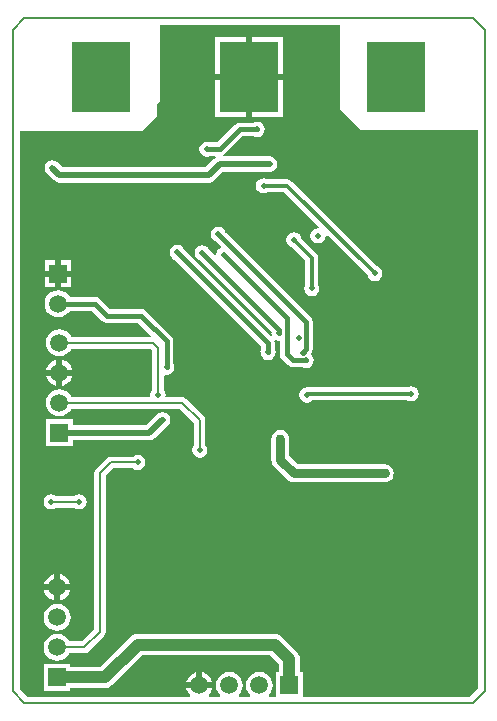
<source format=gbl>
%FSLAX25Y25*%
%MOIN*%
G70*
G01*
G75*
G04 Layer_Physical_Order=2*
G04 Layer_Color=16711680*
%ADD10R,0.02756X0.03347*%
%ADD11R,0.03347X0.02756*%
%ADD12O,0.05500X0.02500*%
%ADD13R,0.05500X0.02500*%
%ADD14R,0.07874X0.07874*%
%ADD15R,0.07087X0.03937*%
%ADD16R,0.05118X0.03937*%
%ADD17R,0.07874X0.07874*%
%ADD18O,0.01969X0.03543*%
%ADD19O,0.01969X0.03543*%
%ADD20R,0.01969X0.03543*%
%ADD21O,0.04724X0.00984*%
%ADD22R,0.04724X0.01772*%
%ADD23O,0.04724X0.01772*%
%ADD24O,0.00984X0.04724*%
%ADD25O,0.01772X0.04724*%
%ADD26R,0.03937X0.02362*%
%ADD27R,0.04724X0.02362*%
%ADD28R,0.06299X0.07087*%
%ADD29R,0.03347X0.01575*%
%ADD30R,0.02362X0.04724*%
%ADD31C,0.02000*%
%ADD32C,0.03000*%
%ADD33C,0.01200*%
%ADD34C,0.04000*%
%ADD35C,0.00800*%
%ADD36C,0.01500*%
%ADD37C,0.01000*%
%ADD38C,0.00500*%
%ADD39R,0.05906X0.05906*%
%ADD40C,0.05906*%
%ADD41R,0.05906X0.05906*%
%ADD42R,0.19685X0.23622*%
%ADD43C,0.02000*%
%ADD44C,0.03000*%
G36*
X207000Y-70100D02*
X213800Y-76900D01*
X253016D01*
Y-262961D01*
X250261Y-265716D01*
X194453D01*
Y-257547D01*
X193530D01*
Y-253300D01*
X193410Y-252386D01*
X193057Y-251535D01*
X192496Y-250804D01*
X187596Y-245904D01*
X186865Y-245343D01*
X186014Y-244990D01*
X185100Y-244870D01*
X139400D01*
X138486Y-244990D01*
X137635Y-245343D01*
X136904Y-245904D01*
X127038Y-255770D01*
X117053D01*
Y-254847D01*
X108147D01*
Y-263753D01*
X117053D01*
Y-262830D01*
X128500D01*
X129414Y-262710D01*
X130265Y-262357D01*
X130996Y-261796D01*
X140862Y-251930D01*
X183638D01*
X186470Y-254762D01*
Y-257547D01*
X185547D01*
Y-265716D01*
X183250D01*
X183089Y-265242D01*
X183176Y-265176D01*
X183889Y-264246D01*
X184338Y-263162D01*
X184491Y-262000D01*
X184338Y-260838D01*
X183889Y-259754D01*
X183176Y-258824D01*
X182246Y-258110D01*
X181162Y-257662D01*
X180000Y-257509D01*
X178838Y-257662D01*
X177754Y-258110D01*
X176824Y-258824D01*
X176110Y-259754D01*
X175662Y-260838D01*
X175509Y-262000D01*
X175662Y-263162D01*
X176110Y-264246D01*
X176824Y-265176D01*
X176911Y-265242D01*
X176750Y-265716D01*
X173250D01*
X173089Y-265242D01*
X173176Y-265176D01*
X173890Y-264246D01*
X174338Y-263162D01*
X174491Y-262000D01*
X174338Y-260838D01*
X173890Y-259754D01*
X173176Y-258824D01*
X172246Y-258110D01*
X171162Y-257662D01*
X170000Y-257509D01*
X168838Y-257662D01*
X167754Y-258110D01*
X166824Y-258824D01*
X166111Y-259754D01*
X165662Y-260838D01*
X165509Y-262000D01*
X165662Y-263162D01*
X166111Y-264246D01*
X166824Y-265176D01*
X166911Y-265242D01*
X166750Y-265716D01*
X163250D01*
X163089Y-265242D01*
X163176Y-265176D01*
X163890Y-264246D01*
X164338Y-263162D01*
X164359Y-263000D01*
X155640D01*
X155662Y-263162D01*
X156111Y-264246D01*
X156824Y-265176D01*
X156911Y-265242D01*
X156750Y-265716D01*
X102739D01*
X100084Y-263061D01*
Y-77105D01*
X140905D01*
X145905Y-72105D01*
Y-68106D01*
X146906Y-67106D01*
Y-41989D01*
X207000D01*
Y-70100D01*
D02*
G37*
%LPC*%
G36*
X139406Y-185151D02*
X138430Y-185345D01*
X137805Y-185763D01*
X130500D01*
X129759Y-185910D01*
X129130Y-186330D01*
X125530Y-189930D01*
X125110Y-190559D01*
X124963Y-191300D01*
Y-243298D01*
X120898Y-247363D01*
X116617D01*
X116490Y-247054D01*
X115776Y-246124D01*
X114846Y-245410D01*
X113762Y-244962D01*
X112600Y-244809D01*
X111438Y-244962D01*
X110354Y-245410D01*
X109424Y-246124D01*
X108711Y-247054D01*
X108262Y-248138D01*
X108109Y-249300D01*
X108262Y-250462D01*
X108711Y-251546D01*
X109424Y-252476D01*
X110354Y-253189D01*
X111438Y-253638D01*
X112600Y-253791D01*
X113762Y-253638D01*
X114846Y-253189D01*
X115776Y-252476D01*
X116490Y-251546D01*
X116617Y-251237D01*
X121700D01*
X122441Y-251090D01*
X123070Y-250670D01*
X123070Y-250670D01*
X123070Y-250670D01*
X128270Y-245470D01*
X128690Y-244841D01*
X128837Y-244100D01*
X128837Y-244100D01*
X128837Y-244100D01*
Y-244100D01*
Y-192102D01*
X131302Y-189637D01*
X137805D01*
X138430Y-190055D01*
X139406Y-190249D01*
X140381Y-190055D01*
X141208Y-189502D01*
X141761Y-188675D01*
X141955Y-187700D01*
X141761Y-186724D01*
X141208Y-185898D01*
X140381Y-185345D01*
X139406Y-185151D01*
D02*
G37*
G36*
X187000Y-176932D02*
X186217Y-177035D01*
X185487Y-177338D01*
X184860Y-177819D01*
X184379Y-178445D01*
X184077Y-179175D01*
X183974Y-179958D01*
Y-186800D01*
X184077Y-187583D01*
X184291Y-188099D01*
X184379Y-188313D01*
X184860Y-188940D01*
X189360Y-193440D01*
X189987Y-193921D01*
X190201Y-194009D01*
X190717Y-194223D01*
X191500Y-194326D01*
X221795D01*
X221797Y-194325D01*
X221800Y-194326D01*
X222583Y-194223D01*
X223313Y-193921D01*
X223940Y-193440D01*
X224420Y-192813D01*
X224723Y-192083D01*
X224826Y-191300D01*
X224723Y-190517D01*
X224420Y-189787D01*
X223940Y-189160D01*
X223313Y-188680D01*
X222583Y-188377D01*
X221800Y-188274D01*
X221797Y-188275D01*
X221795Y-188274D01*
X192753D01*
X190026Y-185547D01*
Y-179958D01*
X189923Y-179175D01*
X189620Y-178445D01*
X189140Y-177819D01*
X188513Y-177338D01*
X187783Y-177035D01*
X187000Y-176932D01*
D02*
G37*
G36*
X119900Y-198251D02*
X118924Y-198445D01*
X118299Y-198863D01*
X112301D01*
X111676Y-198445D01*
X110700Y-198251D01*
X109724Y-198445D01*
X108898Y-198998D01*
X108345Y-199825D01*
X108151Y-200800D01*
X108345Y-201776D01*
X108898Y-202602D01*
X109724Y-203155D01*
X110700Y-203349D01*
X111676Y-203155D01*
X112301Y-202737D01*
X118299D01*
X118924Y-203155D01*
X119900Y-203349D01*
X120876Y-203155D01*
X121702Y-202602D01*
X122255Y-201776D01*
X122449Y-200800D01*
X122255Y-199825D01*
X121702Y-198998D01*
X120876Y-198445D01*
X119900Y-198251D01*
D02*
G37*
G36*
X147800Y-170913D02*
X147750Y-170923D01*
X147700Y-170913D01*
X146724Y-171107D01*
X145898Y-171660D01*
X142306Y-175251D01*
X117753D01*
Y-173347D01*
X108847D01*
Y-182253D01*
X117753D01*
Y-180349D01*
X143362D01*
X144338Y-180155D01*
X145165Y-179602D01*
X145165Y-179602D01*
X145165Y-179602D01*
X149301Y-175466D01*
X149602Y-175265D01*
X150155Y-174438D01*
X150349Y-173462D01*
X150155Y-172487D01*
X149602Y-171660D01*
X148775Y-171107D01*
X147800Y-170913D01*
D02*
G37*
G36*
X117659Y-158800D02*
X114300D01*
Y-162160D01*
X114462Y-162138D01*
X115546Y-161689D01*
X116476Y-160976D01*
X117190Y-160046D01*
X117638Y-158962D01*
X117659Y-158800D01*
D02*
G37*
G36*
X112300D02*
X108940D01*
X108962Y-158962D01*
X109411Y-160046D01*
X110124Y-160976D01*
X111054Y-161689D01*
X112138Y-162138D01*
X112300Y-162160D01*
Y-158800D01*
D02*
G37*
G36*
X230600Y-162251D02*
X229625Y-162445D01*
X229305Y-162659D01*
X196200D01*
X196020Y-162695D01*
X195800Y-162651D01*
X194825Y-162845D01*
X193998Y-163398D01*
X193445Y-164225D01*
X193251Y-165200D01*
X193445Y-166175D01*
X193998Y-167002D01*
X194825Y-167555D01*
X195800Y-167749D01*
X196775Y-167555D01*
X197602Y-167002D01*
X197643Y-166941D01*
X229305D01*
X229625Y-167155D01*
X230600Y-167349D01*
X231575Y-167155D01*
X232402Y-166602D01*
X232955Y-165776D01*
X233149Y-164800D01*
X232955Y-163824D01*
X232402Y-162998D01*
X231575Y-162445D01*
X230600Y-162251D01*
D02*
G37*
G36*
X112600Y-234809D02*
X111438Y-234962D01*
X110354Y-235410D01*
X109424Y-236124D01*
X108711Y-237054D01*
X108262Y-238138D01*
X108109Y-239300D01*
X108262Y-240462D01*
X108711Y-241546D01*
X109424Y-242476D01*
X110354Y-243190D01*
X111438Y-243638D01*
X112600Y-243791D01*
X113762Y-243638D01*
X114846Y-243190D01*
X115776Y-242476D01*
X116490Y-241546D01*
X116938Y-240462D01*
X117091Y-239300D01*
X116938Y-238138D01*
X116490Y-237054D01*
X115776Y-236124D01*
X114846Y-235410D01*
X113762Y-234962D01*
X112600Y-234809D01*
D02*
G37*
G36*
X161000Y-257641D02*
Y-261000D01*
X164359D01*
X164338Y-260838D01*
X163890Y-259754D01*
X163176Y-258824D01*
X162246Y-258110D01*
X161162Y-257662D01*
X161000Y-257641D01*
D02*
G37*
G36*
X159000D02*
X158838Y-257662D01*
X157754Y-258110D01*
X156824Y-258824D01*
X156111Y-259754D01*
X155662Y-260838D01*
X155640Y-261000D01*
X159000D01*
Y-257641D01*
D02*
G37*
G36*
X111600Y-230300D02*
X108240D01*
X108262Y-230462D01*
X108711Y-231546D01*
X109424Y-232476D01*
X110354Y-233190D01*
X111438Y-233638D01*
X111600Y-233660D01*
Y-230300D01*
D02*
G37*
G36*
X113600Y-224940D02*
Y-228300D01*
X116960D01*
X116938Y-228138D01*
X116490Y-227054D01*
X115776Y-226124D01*
X114846Y-225411D01*
X113762Y-224962D01*
X113600Y-224940D01*
D02*
G37*
G36*
X111600D02*
X111438Y-224962D01*
X110354Y-225411D01*
X109424Y-226124D01*
X108711Y-227054D01*
X108262Y-228138D01*
X108240Y-228300D01*
X111600D01*
Y-224940D01*
D02*
G37*
G36*
X116960Y-230300D02*
X113600D01*
Y-233660D01*
X113762Y-233638D01*
X114846Y-233190D01*
X115776Y-232476D01*
X116490Y-231546D01*
X116938Y-230462D01*
X116960Y-230300D01*
D02*
G37*
G36*
X179300Y-74151D02*
X178324Y-74345D01*
X178233Y-74406D01*
X173400D01*
X172522Y-74581D01*
X171778Y-75078D01*
X165855Y-81000D01*
X163661D01*
X163570Y-80940D01*
X162594Y-80746D01*
X161619Y-80940D01*
X160792Y-81492D01*
X160240Y-82319D01*
X160046Y-83294D01*
X160240Y-84270D01*
X160792Y-85097D01*
X161619Y-85649D01*
X162594Y-85843D01*
X163570Y-85649D01*
X163661Y-85589D01*
X165331D01*
X165476Y-86067D01*
X164981Y-86398D01*
X162044Y-89334D01*
X114439D01*
X112802Y-87698D01*
X111976Y-87145D01*
X111000Y-86951D01*
X110024Y-87145D01*
X109198Y-87698D01*
X108645Y-88525D01*
X108451Y-89500D01*
X108645Y-90475D01*
X109198Y-91302D01*
X111581Y-93686D01*
X112408Y-94238D01*
X113383Y-94432D01*
X163100D01*
X164076Y-94238D01*
X164902Y-93686D01*
X164902Y-93686D01*
X164902Y-93686D01*
X167839Y-90749D01*
X183500D01*
X184476Y-90555D01*
X185302Y-90002D01*
X185855Y-89175D01*
X186049Y-88200D01*
X185855Y-87225D01*
X185302Y-86398D01*
X184476Y-85845D01*
X183500Y-85651D01*
X168190D01*
X168045Y-85173D01*
X168428Y-84917D01*
X174350Y-78994D01*
X178233D01*
X178324Y-79055D01*
X179300Y-79249D01*
X180275Y-79055D01*
X181102Y-78502D01*
X181655Y-77675D01*
X181849Y-76700D01*
X181655Y-75725D01*
X181102Y-74898D01*
X180275Y-74345D01*
X179300Y-74151D01*
D02*
G37*
G36*
X181400Y-92851D02*
X180424Y-93045D01*
X179598Y-93598D01*
X179045Y-94424D01*
X178851Y-95400D01*
X179045Y-96376D01*
X179598Y-97202D01*
X180424Y-97755D01*
X181400Y-97949D01*
X182376Y-97755D01*
X182695Y-97541D01*
X188313D01*
X199893Y-109122D01*
X199658Y-109563D01*
X199600Y-109551D01*
X198625Y-109745D01*
X197798Y-110298D01*
X197245Y-111125D01*
X197051Y-112100D01*
X197245Y-113075D01*
X197798Y-113902D01*
X198625Y-114455D01*
X199600Y-114649D01*
X200575Y-114455D01*
X201402Y-113902D01*
X201955Y-113075D01*
X202149Y-112100D01*
X202137Y-112042D01*
X202578Y-111806D01*
X216070Y-125298D01*
X216145Y-125675D01*
X216698Y-126502D01*
X217525Y-127055D01*
X218500Y-127249D01*
X219476Y-127055D01*
X220302Y-126502D01*
X220855Y-125675D01*
X221049Y-124700D01*
X220855Y-123724D01*
X220302Y-122898D01*
X219476Y-122345D01*
X219098Y-122270D01*
X190714Y-93886D01*
X190019Y-93422D01*
X189200Y-93259D01*
X182695D01*
X182376Y-93045D01*
X181400Y-92851D01*
D02*
G37*
G36*
X166300Y-109051D02*
X165324Y-109245D01*
X164498Y-109798D01*
X163945Y-110625D01*
X163751Y-111600D01*
X163945Y-112575D01*
X164498Y-113402D01*
X165324Y-113955D01*
X165432Y-113976D01*
X167131Y-115676D01*
X167082Y-116173D01*
X166298Y-116698D01*
X165745Y-117525D01*
X165554Y-118486D01*
X165075Y-118631D01*
X163376Y-116932D01*
X163355Y-116824D01*
X162802Y-115998D01*
X161976Y-115445D01*
X161000Y-115251D01*
X160024Y-115445D01*
X159198Y-115998D01*
X158645Y-116824D01*
X158451Y-117800D01*
X158645Y-118775D01*
X159198Y-119602D01*
X160024Y-120155D01*
X160132Y-120176D01*
X184101Y-144146D01*
X184026Y-144525D01*
X184170Y-145249D01*
X183729Y-145484D01*
X155076Y-116832D01*
X155055Y-116725D01*
X154502Y-115898D01*
X153675Y-115345D01*
X152700Y-115151D01*
X151725Y-115345D01*
X150898Y-115898D01*
X150345Y-116725D01*
X150151Y-117700D01*
X150345Y-118675D01*
X150898Y-119502D01*
X151725Y-120055D01*
X151832Y-120076D01*
X180627Y-148871D01*
Y-149955D01*
X180566Y-150046D01*
X180372Y-151021D01*
X180566Y-151997D01*
X181119Y-152824D01*
X181946Y-153376D01*
X182921Y-153570D01*
X183897Y-153376D01*
X184724Y-152824D01*
X185276Y-151997D01*
X185470Y-151021D01*
X185276Y-150046D01*
X185215Y-149955D01*
Y-147921D01*
X185045Y-147065D01*
X185461Y-146788D01*
X185599Y-146880D01*
X186575Y-147074D01*
X186806Y-147264D01*
Y-151500D01*
X186980Y-152378D01*
X187478Y-153122D01*
X187478Y-153122D01*
X187478Y-153122D01*
X189678Y-155322D01*
X189678D01*
X189678Y-155322D01*
X189678Y-155322D01*
Y-155322D01*
X190422Y-155819D01*
X191300Y-155994D01*
X194533D01*
X194624Y-156055D01*
X195600Y-156249D01*
X196575Y-156055D01*
X197402Y-155502D01*
X197955Y-154675D01*
X198149Y-153700D01*
X197955Y-152725D01*
X197402Y-151898D01*
X197132Y-151717D01*
X197122Y-151622D01*
X197619Y-150878D01*
X197794Y-150000D01*
Y-143300D01*
Y-140800D01*
X197619Y-139922D01*
X197122Y-139178D01*
X168676Y-110732D01*
X168655Y-110625D01*
X168102Y-109798D01*
X167276Y-109245D01*
X166300Y-109051D01*
D02*
G37*
G36*
X175500Y-60300D02*
X165157D01*
Y-72611D01*
X175500D01*
Y-60300D01*
D02*
G37*
G36*
X187843Y-45989D02*
X177500D01*
Y-58300D01*
X187843D01*
Y-45989D01*
D02*
G37*
G36*
X175500D02*
X165157D01*
Y-58300D01*
X175500D01*
Y-45989D01*
D02*
G37*
G36*
X187843Y-60300D02*
X177500D01*
Y-72611D01*
X187843D01*
Y-60300D01*
D02*
G37*
G36*
X117353Y-120347D02*
X113900D01*
Y-123800D01*
X117353D01*
Y-120347D01*
D02*
G37*
G36*
X112900Y-130309D02*
X111738Y-130462D01*
X110654Y-130911D01*
X109724Y-131624D01*
X109011Y-132554D01*
X108562Y-133638D01*
X108409Y-134800D01*
X108562Y-135962D01*
X109011Y-137046D01*
X109724Y-137976D01*
X110654Y-138689D01*
X111738Y-139138D01*
X112900Y-139291D01*
X114062Y-139138D01*
X115146Y-138689D01*
X116076Y-137976D01*
X116752Y-137094D01*
X124250D01*
X127578Y-140422D01*
X127578D01*
X127578Y-140422D01*
X127578Y-140422D01*
Y-140422D01*
X128322Y-140919D01*
X129200Y-141094D01*
X139650D01*
X143956Y-145401D01*
X143765Y-145863D01*
X117317D01*
X117190Y-145554D01*
X116476Y-144624D01*
X115546Y-143911D01*
X114462Y-143462D01*
X113300Y-143309D01*
X112138Y-143462D01*
X111054Y-143911D01*
X110124Y-144624D01*
X109411Y-145554D01*
X108962Y-146638D01*
X108809Y-147800D01*
X108962Y-148962D01*
X109411Y-150046D01*
X110124Y-150976D01*
X111054Y-151690D01*
X112138Y-152138D01*
X113300Y-152291D01*
X114462Y-152138D01*
X115546Y-151690D01*
X116476Y-150976D01*
X117190Y-150046D01*
X117317Y-149737D01*
X143798D01*
X144263Y-150202D01*
Y-163599D01*
X143845Y-164225D01*
X143651Y-165200D01*
X143706Y-165476D01*
X143389Y-165863D01*
X117317D01*
X117190Y-165554D01*
X116476Y-164624D01*
X115546Y-163910D01*
X114462Y-163462D01*
X113300Y-163309D01*
X112138Y-163462D01*
X111054Y-163910D01*
X110124Y-164624D01*
X109411Y-165554D01*
X108962Y-166638D01*
X108809Y-167800D01*
X108962Y-168962D01*
X109411Y-170046D01*
X110124Y-170976D01*
X111054Y-171689D01*
X112138Y-172138D01*
X113300Y-172291D01*
X114462Y-172138D01*
X115546Y-171689D01*
X116476Y-170976D01*
X117190Y-170046D01*
X117317Y-169737D01*
X153398D01*
X158163Y-174502D01*
Y-181899D01*
X157745Y-182525D01*
X157551Y-183500D01*
X157745Y-184476D01*
X158298Y-185302D01*
X159125Y-185855D01*
X160100Y-186049D01*
X161075Y-185855D01*
X161902Y-185302D01*
X162455Y-184476D01*
X162649Y-183500D01*
X162455Y-182525D01*
X162037Y-181899D01*
Y-173700D01*
X161890Y-172959D01*
X161470Y-172330D01*
X155570Y-166430D01*
X154941Y-166010D01*
X154200Y-165863D01*
X149011D01*
X148694Y-165476D01*
X148749Y-165200D01*
X148555Y-164225D01*
X148137Y-163599D01*
Y-158751D01*
X148524Y-158434D01*
X149100Y-158549D01*
X150075Y-158355D01*
X150902Y-157802D01*
X151455Y-156975D01*
X151649Y-156000D01*
X151455Y-155025D01*
X151394Y-154933D01*
Y-147300D01*
X151219Y-146422D01*
X150722Y-145678D01*
X142222Y-137178D01*
X141478Y-136680D01*
X140600Y-136506D01*
X130150D01*
X126822Y-133178D01*
X126078Y-132680D01*
X125200Y-132506D01*
X116752D01*
X116076Y-131624D01*
X115146Y-130911D01*
X114062Y-130462D01*
X112900Y-130309D01*
D02*
G37*
G36*
X114300Y-153440D02*
Y-156800D01*
X117659D01*
X117638Y-156638D01*
X117190Y-155554D01*
X116476Y-154624D01*
X115546Y-153911D01*
X114462Y-153462D01*
X114300Y-153440D01*
D02*
G37*
G36*
X112300D02*
X112138Y-153462D01*
X111054Y-153911D01*
X110124Y-154624D01*
X109411Y-155554D01*
X108962Y-156638D01*
X108940Y-156800D01*
X112300D01*
Y-153440D01*
D02*
G37*
G36*
X191600Y-110951D02*
X190624Y-111145D01*
X189798Y-111698D01*
X189245Y-112524D01*
X189051Y-113500D01*
X189245Y-114476D01*
X189798Y-115302D01*
X190624Y-115855D01*
X191002Y-115930D01*
X195359Y-120287D01*
Y-128405D01*
X195145Y-128725D01*
X194951Y-129700D01*
X195145Y-130675D01*
X195698Y-131502D01*
X196525Y-132055D01*
X197500Y-132249D01*
X198476Y-132055D01*
X199302Y-131502D01*
X199855Y-130675D01*
X200049Y-129700D01*
X199855Y-128725D01*
X199641Y-128405D01*
Y-119400D01*
X199478Y-118581D01*
X199014Y-117886D01*
X194030Y-112902D01*
X193955Y-112524D01*
X193402Y-111698D01*
X192576Y-111145D01*
X191600Y-110951D01*
D02*
G37*
G36*
X111900Y-120347D02*
X108447D01*
Y-123800D01*
X111900D01*
Y-120347D01*
D02*
G37*
G36*
X117353Y-125800D02*
X113900D01*
Y-129253D01*
X117353D01*
Y-125800D01*
D02*
G37*
G36*
X111900D02*
X108447D01*
Y-129253D01*
X111900D01*
Y-125800D01*
D02*
G37*
%LPD*%
D31*
X111000Y-89500D02*
X113383Y-91883D01*
X143362Y-177800D02*
X147700Y-173462D01*
X113300Y-177800D02*
X143362D01*
X166783Y-88200D02*
X183500D01*
X163100Y-91883D02*
X166783Y-88200D01*
X113383Y-91883D02*
X163100D01*
D32*
X187000Y-186800D02*
Y-179958D01*
Y-186800D02*
X191500Y-191300D01*
X221795D01*
D33*
X191600Y-113500D02*
X197500Y-119400D01*
Y-129700D02*
Y-119400D01*
X181400Y-95400D02*
X189200D01*
X218500Y-124700D01*
X196200Y-164800D02*
X230600D01*
X195800Y-165200D02*
X196200Y-164800D01*
D34*
X190000Y-262000D02*
Y-253300D01*
X185100Y-248400D02*
X190000Y-253300D01*
X139400Y-248400D02*
X185100D01*
X128500Y-259300D02*
X139400Y-248400D01*
X112600Y-259300D02*
X128500D01*
D35*
X146200Y-165200D02*
Y-149400D01*
X144600Y-147800D02*
X146200Y-149400D01*
X113300Y-147800D02*
X144600D01*
X160100Y-183500D02*
Y-173700D01*
X154200Y-167800D02*
X160100Y-173700D01*
X113300Y-167800D02*
X154200D01*
X112600Y-249300D02*
X121700D01*
X126900Y-244100D01*
Y-191300D01*
X130500Y-187700D01*
X139406D01*
X110700Y-200800D02*
X119900D01*
D36*
X161000Y-117800D02*
X186575Y-143375D01*
Y-144525D02*
Y-143375D01*
X182921Y-151021D02*
Y-147921D01*
X152700Y-117700D02*
X182921Y-147921D01*
X189100Y-151500D02*
X191300Y-153700D01*
X189100Y-151500D02*
Y-139500D01*
X191300Y-153700D02*
X195600D01*
X168100Y-118500D02*
X189100Y-139500D01*
X166300Y-111600D02*
X195500Y-140800D01*
X149100Y-156000D02*
Y-147300D01*
X140600Y-138800D02*
X149100Y-147300D01*
X129200Y-138800D02*
X140600D01*
X125200Y-134800D02*
X129200Y-138800D01*
X112900Y-134800D02*
X125200D01*
X162594Y-83294D02*
X166806D01*
X173400Y-76700D01*
X179300D01*
X195500Y-149800D02*
Y-143300D01*
Y-140800D01*
Y-150000D02*
Y-143300D01*
X194447Y-151053D02*
X195500Y-150000D01*
D38*
X251306Y-267900D02*
X255243Y-263963D01*
Y-43490D01*
X251306Y-39553D02*
X255243Y-43490D01*
X101700Y-39553D02*
X133800D01*
X133196D02*
X184000D01*
X182409D02*
X233600D01*
X231621D02*
X251306D01*
X97763Y-43490D02*
X101700Y-39553D01*
X97763Y-263963D02*
Y-43490D01*
Y-263963D02*
X101700Y-267900D01*
X251306D01*
X101700D02*
X251306D01*
X97763Y-263963D02*
X101700Y-267900D01*
X97763Y-263963D02*
Y-43490D01*
X101700Y-39553D01*
X231621D02*
X251306D01*
X182409D02*
X233600D01*
X133196D02*
X184000D01*
X101700D02*
X133800D01*
X251306D02*
X255243Y-43490D01*
Y-263963D02*
Y-43490D01*
X251306Y-267900D02*
X255243Y-263963D01*
D39*
X112900Y-124800D02*
D03*
X113300Y-177800D02*
D03*
X112600Y-259300D02*
D03*
D40*
X112900Y-134800D02*
D03*
X160000Y-262000D02*
D03*
X170000D02*
D03*
X180000D02*
D03*
X113300Y-147800D02*
D03*
Y-157800D02*
D03*
Y-167800D02*
D03*
X112600Y-249300D02*
D03*
Y-239300D02*
D03*
Y-229300D02*
D03*
D41*
X190000Y-262000D02*
D03*
D42*
X127300Y-59300D02*
D03*
X176500D02*
D03*
X225700D02*
D03*
D43*
X110500Y-84400D02*
D03*
X175200Y-112800D02*
D03*
X239000Y-146200D02*
D03*
X226500Y-153100D02*
D03*
X219200Y-118300D02*
D03*
X184200Y-91800D02*
D03*
X216900Y-96000D02*
D03*
X219200Y-100300D02*
D03*
X238000Y-91700D02*
D03*
X149100Y-77300D02*
D03*
X146400Y-123400D02*
D03*
X143900Y-104800D02*
D03*
X173600Y-107000D02*
D03*
X166000Y-106400D02*
D03*
X163600Y-96300D02*
D03*
X162800Y-87200D02*
D03*
X190200Y-48589D02*
D03*
X111000Y-89500D02*
D03*
X186575Y-144525D02*
D03*
X182921Y-151021D02*
D03*
X195600Y-153700D02*
D03*
X193200Y-146200D02*
D03*
X194447Y-151053D02*
D03*
X152700Y-117700D02*
D03*
X161000Y-117800D02*
D03*
X168100Y-118500D02*
D03*
X166300Y-111600D02*
D03*
X119500Y-124300D02*
D03*
X149100Y-156000D02*
D03*
X155600Y-216000D02*
D03*
X151600Y-182500D02*
D03*
X142000Y-182400D02*
D03*
X132600Y-173000D02*
D03*
X181900Y-161500D02*
D03*
X160900Y-166700D02*
D03*
X230600Y-164800D02*
D03*
X147800Y-173462D02*
D03*
X146200Y-165200D02*
D03*
X160100Y-183500D02*
D03*
X139406Y-187700D02*
D03*
X110700Y-200800D02*
D03*
X119900D02*
D03*
X194200Y-205900D02*
D03*
X202900D02*
D03*
X211900Y-206100D02*
D03*
X183500Y-215600D02*
D03*
X193200D02*
D03*
X202300Y-215800D02*
D03*
X211500Y-211800D02*
D03*
X212400Y-219700D02*
D03*
X211900Y-225400D02*
D03*
X201200Y-232300D02*
D03*
X192900Y-235100D02*
D03*
X191700Y-226300D02*
D03*
X198600Y-222800D02*
D03*
X207400Y-231300D02*
D03*
X207700Y-236000D02*
D03*
X142700Y-236900D02*
D03*
X152000D02*
D03*
X160100Y-229400D02*
D03*
X134500Y-232900D02*
D03*
X134300Y-224900D02*
D03*
X135200Y-215500D02*
D03*
X138600Y-210200D02*
D03*
X137300Y-264100D02*
D03*
X146100Y-259300D02*
D03*
X236700Y-255100D02*
D03*
X232000Y-262000D02*
D03*
X243800Y-243500D02*
D03*
X240200Y-231400D02*
D03*
X242400Y-205100D02*
D03*
X232400Y-195500D02*
D03*
X173200Y-154300D02*
D03*
X172400Y-161200D02*
D03*
X161100Y-158000D02*
D03*
X179700Y-151200D02*
D03*
X199900Y-186000D02*
D03*
X180500Y-188200D02*
D03*
X207400Y-185600D02*
D03*
X194300Y-185900D02*
D03*
X126600Y-153100D02*
D03*
X130600Y-155701D02*
D03*
X148200Y-141500D02*
D03*
X112200Y-114400D02*
D03*
X120400Y-129100D02*
D03*
X128500Y-132800D02*
D03*
X137400Y-135300D02*
D03*
X149400Y-134400D02*
D03*
X136200Y-125500D02*
D03*
X131300Y-118700D02*
D03*
X139200Y-115500D02*
D03*
X143700Y-116200D02*
D03*
X148200Y-98500D02*
D03*
X110000Y-79400D02*
D03*
X120000Y-79300D02*
D03*
X236000Y-83000D02*
D03*
X240963Y-87001D02*
D03*
X242800Y-95600D02*
D03*
X244600Y-105500D02*
D03*
X241600Y-158300D02*
D03*
X243800Y-166300D02*
D03*
X244000Y-194300D02*
D03*
X250900Y-174000D02*
D03*
X162594Y-83294D02*
D03*
X179300Y-76700D02*
D03*
X191600Y-113500D02*
D03*
X197500Y-129700D02*
D03*
X181400Y-95400D02*
D03*
X218500Y-124700D02*
D03*
X199600Y-112100D02*
D03*
X183500Y-88200D02*
D03*
X195800Y-165200D02*
D03*
X207800Y-132100D02*
D03*
X209700Y-141800D02*
D03*
X213300Y-160600D02*
D03*
X220800Y-157000D02*
D03*
X225600Y-147600D02*
D03*
X212700Y-151400D02*
D03*
D44*
X187000Y-179958D02*
D03*
X221800Y-191300D02*
D03*
M02*

</source>
